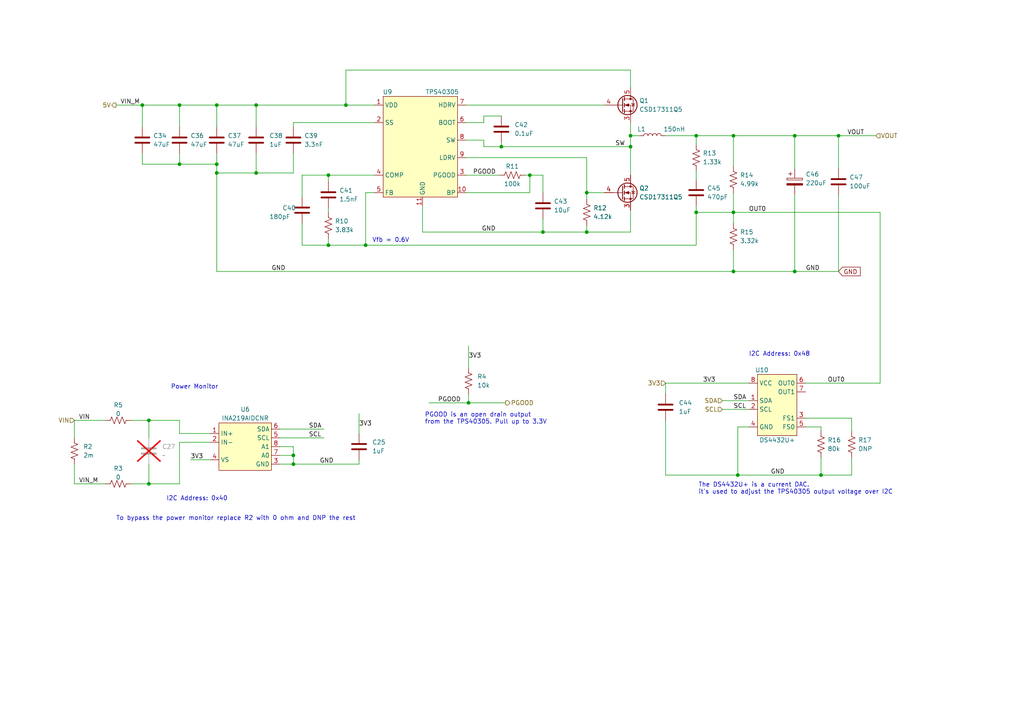
<source format=kicad_sch>
(kicad_sch (version 20230121) (generator eeschema)
  (paper "A4")
  (title_block (title "bitaxe, yo!") (date "2023-05-02") (rev "2.3"))
  (lib_symbols
    (symbol "Device:C" (pin_numbers hide) (pin_names (offset 0.254))
      (property "Reference" "C" (at 0.635 2.54 0))
      (property "Value" "C" (at 0.635 -2.54 0))
      (symbol "C_0_1"
        (polyline (pts (xy -2.032 -0.762) (xy 2.032 -0.762)) (stroke (width 0.508)))
        (polyline (pts (xy -2.032 0.762) (xy 2.032 0.762)) (stroke (width 0.508)))
      )
      (symbol "C_1_1"
        (pin passive line (at 0 3.81 270) (length 2.794) (name "~") (number "1"))
        (pin passive line (at 0 -3.81 90) (length 2.794) (name "~") (number "2"))
      )
    )
    (symbol "Device:C_Polarized" (pin_numbers hide) (pin_names (offset 0.254))
      (property "Reference" "C" (at 0.635 2.54 0))
      (property "Value" "C_Polarized" (at 0.635 -2.54 0))
      (symbol "C_Polarized_0_1"
        (rectangle (start -2.286 0.508) (end 2.286 1.016))
        (polyline (pts (xy -1.778 2.286) (xy -0.762 2.286)))
        (polyline (pts (xy -1.27 2.794) (xy -1.27 1.778)))
        (rectangle (start 2.286 -0.508) (end -2.286 -1.016) (fill (type outline)))
      )
      (symbol "C_Polarized_1_1"
        (pin passive line (at 0 3.81 270) (length 2.794) (name "~") (number "1"))
        (pin passive line (at 0 -3.81 90) (length 2.794) (name "~") (number "2"))
      )
    )
    (symbol "Device:L" (pin_numbers hide) (pin_names (offset 1.016) hide)
      (property "Reference" "L" (at -1.27 0 90))
      (property "Value" "L" (at 1.905 0 90))
      (symbol "L_0_1"
        (arc (start 0 -2.54) (mid 0.6323 -1.905) (end 0 -1.27))
        (arc (start 0 -1.27) (mid 0.6323 -0.635) (end 0 0))
        (arc (start 0 0) (mid 0.6323 0.635) (end 0 1.27))
        (arc (start 0 1.27) (mid 0.6323 1.905) (end 0 2.54))
      )
      (symbol "L_1_1"
        (pin passive line (at 0 3.81 270) (length 1.27) (name "1") (number "1"))
        (pin passive line (at 0 -3.81 90) (length 1.27) (name "2") (number "2"))
      )
    )
    (symbol "Device:R_US" (pin_numbers hide) (pin_names (offset 0))
      (property "Reference" "R" (at 2.54 0 90))
      (property "Value" "R_US" (at -2.54 0 90))
      (symbol "R_US_0_1"
        (polyline (pts (xy 0 -2.286) (xy 0 -2.54)))
        (polyline (pts (xy 0 2.286) (xy 0 2.54)))
        (polyline (pts (xy 0 -0.762) (xy 1.016 -1.143) (xy 0 -1.524) (xy -1.016 -1.905) (xy 0 -2.286)))
        (polyline (pts (xy 0 0.762) (xy 1.016 0.381) (xy 0 0) (xy -1.016 -0.381) (xy 0 -0.762)))
        (polyline (pts (xy 0 2.286) (xy 1.016 1.905) (xy 0 1.524) (xy -1.016 1.143) (xy 0 0.762)))
      )
      (symbol "R_US_1_1"
        (pin passive line (at 0 3.81 270) (length 1.27) (name "~") (number "1"))
        (pin passive line (at 0 -3.81 90) (length 1.27) (name "~") (number "2"))
      )
    )
    (symbol "Q_NMOS_CSD17311Q5_1" (pin_names (offset 0) hide)
      (property "Reference" "Q" (at 5.08 1.27 0))
      (property "Value" "Q_NMOS_CSD17311Q5_1" (at 5.08 -1.27 0))
      (symbol "Q_NMOS_CSD17311Q5_1_0_1"
        (polyline (pts (xy 0.254 0) (xy -2.54 0)))
        (polyline (pts (xy 0.254 1.905) (xy 0.254 -1.905)) (stroke (width 0.254)))
        (polyline (pts (xy 0.762 -1.27) (xy 0.762 -2.286)) (stroke (width 0.254)))
        (polyline (pts (xy 0.762 0.508) (xy 0.762 -0.508)) (stroke (width 0.254)))
        (polyline (pts (xy 0.762 2.286) (xy 0.762 1.27)) (stroke (width 0.254)))
        (polyline (pts (xy 2.54 2.54) (xy 2.54 1.778)))
        (polyline (pts (xy 2.54 -2.54) (xy 2.54 0) (xy 0.762 0)))
        (polyline (pts (xy 0.762 -1.778) (xy 3.302 -1.778) (xy 3.302 1.778) (xy 0.762 1.778)))
        (polyline (pts (xy 1.016 0) (xy 2.032 0.381) (xy 2.032 -0.381) (xy 1.016 0)) (fill (type outline)))
        (polyline (pts (xy 2.794 0.508) (xy 2.921 0.381) (xy 3.683 0.381) (xy 3.81 0.254)))
        (polyline (pts (xy 3.302 0.381) (xy 2.921 -0.254) (xy 3.683 -0.254) (xy 3.302 0.381)))
        (circle (center 1.651 0) (radius 2.794) (stroke (width 0.254)))
        (circle (center 2.54 -1.778) (radius 0.254) (fill (type outline)))
        (circle (center 2.54 1.778) (radius 0.254) (fill (type outline)))
      )
      (symbol "Q_NMOS_CSD17311Q5_1_1_1"
        (pin passive line (at 2.54 -5.08 90) (length 2.54) hide (name "") (number "1"))
        (pin passive line (at 2.54 -5.08 90) (length 2.54) hide (name "") (number "2"))
        (pin passive line (at 2.54 -5.08 90) (length 2.54) (name "S") (number "3"))
        (pin input line (at -5.08 0 0) (length 2.54) (name "G") (number "4"))
        (pin passive line (at 2.54 5.08 270) (length 2.54) (name "D") (number "5"))
      )
    )
    (symbol "TPS40305:DS4432U+"
      (property "Reference" "U" (at 3.81 10.16 0))
      (property "Value" "DS4432U+" (at -1.27 -10.16 0))
      (symbol "DS4432U+_0_1"
        (rectangle (start -6.35 8.89) (end 5.08 -8.89) (stroke (width 0.1524)) (fill (type background)))
      )
      (symbol "DS4432U+_1_1"
        (pin input line (at -8.89 1.27 0) (length 2.54) (name "SDA") (number "1"))
        (pin input line (at -8.89 -1.27 0) (length 2.54) (name "SCL") (number "2"))
        (pin input line (at 7.62 -3.81 180) (length 2.54) (name "FS1") (number "3"))
        (pin power_in line (at -8.89 -6.35 0) (length 2.54) (name "GND") (number "4"))
        (pin input line (at 7.62 -6.35 180) (length 2.54) (name "FS0") (number "5"))
        (pin output line (at 7.62 6.35 180) (length 2.54) (name "OUT0") (number "6"))
        (pin output line (at 7.62 3.81 180) (length 2.54) (name "OUT1") (number "7"))
        (pin power_in line (at -8.89 6.35 0) (length 2.54) (name "VCC") (number "8"))
      )
    )
    (symbol "TPS40305:TPS40305"
      (property "Reference" "U" (at 10.16 16.51 0))
      (property "Value" "TPS40305" (at -7.62 16.51 0))
      (symbol "TPS40305_0_1"
        (rectangle (start -11.43 15.24) (end 10.16 -13.97) (stroke (width 0.1524)) (fill (type background)))
      )
      (symbol "TPS40305_1_1"
        (pin input line (at -13.97 12.7 0) (length 2.54) (name "VDD") (number "1"))
        (pin input line (at 12.7 -12.7 180) (length 2.54) (name "BP") (number "10"))
        (pin input line (at 0 -16.51 90) (length 2.54) (name "GND") (number "11"))
        (pin input line (at -13.97 7.62 0) (length 2.54) (name "SS") (number "2"))
        (pin input line (at 12.7 -7.62 180) (length 2.54) (name "PGOOD") (number "3"))
        (pin input line (at -13.97 -7.62 0) (length 2.54) (name "COMP") (number "4"))
        (pin input line (at -13.97 -12.7 0) (length 2.54) (name "FB") (number "5"))
        (pin input line (at 12.7 7.62 180) (length 2.54) (name "BOOT") (number "6"))
        (pin input line (at 12.7 12.7 180) (length 2.54) (name "HDRV") (number "7"))
        (pin input line (at 12.7 2.54 180) (length 2.54) (name "SW") (number "8"))
        (pin input line (at 12.7 -2.54 180) (length 2.54) (name "LDRV") (number "9"))
      )
    )
    (symbol "lcsc:INA219AIDCNR"
      (property "Reference" "U" (at 0 8.89 0))
      (property "Value" "INA219AIDCNR" (at 0 -8.89 0))
      (symbol "INA219AIDCNR_0_1"
        (rectangle (start -7.62 6.86) (end 7.62 -6.86) (fill (type background)))
        (pin unspecified line (at -10.16 3.81 0) (length 2.54) (name "IN+") (number "1"))
        (pin unspecified line (at -10.16 1.27 0) (length 2.54) (name "IN-") (number "2"))
        (pin unspecified line (at 10.16 -5.08 180) (length 2.54) (name "GND") (number "3"))
        (pin unspecified line (at -10.16 -3.81 0) (length 2.54) (name "VS") (number "4"))
        (pin unspecified line (at 10.16 2.54 180) (length 2.54) (name "SCL") (number "5"))
        (pin unspecified line (at 10.16 5.08 180) (length 2.54) (name "SDA") (number "6"))
        (pin unspecified line (at 10.16 -2.54 180) (length 2.54) (name "A0") (number "7"))
        (pin unspecified line (at 10.16 0 180) (length 2.54) (name "A1") (number "8"))
      )
    )
  )
  (junction (at 135.89 116.84))
  (junction (at 62.865 50.165))
  (junction (at 201.93 61.595))
  (junction (at 62.865 47.625))
  (junction (at 238.125 137.795))
  (junction (at 85.09 132.08))
  (junction (at 153.67 50.8))
  (junction (at 213.995 137.795))
  (junction (at 41.275 30.48))
  (junction (at 145.415 42.545))
  (junction (at 182.88 42.545))
  (junction (at 212.725 78.74))
  (junction (at 95.25 50.8))
  (junction (at 182.88 39.37))
  (junction (at 170.18 55.88))
  (junction (at 43.18 140.335))
  (junction (at 43.18 121.92))
  (junction (at 230.505 78.74))
  (junction (at 212.725 39.37))
  (junction (at 52.07 47.625))
  (junction (at 74.295 30.48))
  (junction (at 100.33 30.48))
  (junction (at 106.045 71.12))
  (junction (at 52.07 30.48))
  (junction (at 230.505 39.37))
  (junction (at 212.725 61.595))
  (junction (at 157.48 67.31))
  (junction (at 62.865 30.48))
  (junction (at 74.295 50.165))
  (junction (at 243.205 39.37))
  (junction (at 85.09 134.62))
  (junction (at 201.93 39.37))
  (junction (at 95.25 71.12))
  (junction (at 170.18 67.31))
  (wire (pts (xy 247.015 137.795) (xy 238.125 137.795)))
  (wire (pts (xy 243.205 39.37) (xy 230.505 39.37)))
  (wire (pts (xy 193.04 111.125) (xy 217.17 111.125)))
  (wire (pts (xy 157.48 63.5) (xy 157.48 67.31)))
  (wire (pts (xy 41.275 30.48) (xy 52.07 30.48)))
  (wire (pts (xy 108.585 50.8) (xy 95.25 50.8)))
  (wire (pts (xy 85.09 132.08) (xy 85.09 134.62)))
  (wire (pts (xy 182.88 35.56) (xy 182.88 39.37)))
  (wire (pts (xy 43.18 121.92) (xy 52.07 121.92)))
  (wire (pts (xy 243.205 48.895) (xy 243.205 39.37)))
  (wire (pts (xy 170.18 55.88) (xy 175.26 55.88)))
  (wire (pts (xy 30.48 121.92) (xy 21.59 121.92)))
  (wire (pts (xy 95.25 60.325) (xy 95.25 61.595)))
  (wire (pts (xy 30.48 140.335) (xy 21.59 140.335)))
  (wire (pts (xy 74.295 44.45) (xy 74.295 50.165)))
  (wire (pts (xy 212.725 55.88) (xy 212.725 61.595)))
  (wire (pts (xy 170.18 45.72) (xy 170.18 55.88)))
  (wire (pts (xy 104.14 120.015) (xy 104.14 125.73)))
  (wire (pts (xy 52.07 44.45) (xy 52.07 47.625)))
  (wire (pts (xy 170.18 67.31) (xy 170.18 65.405)))
  (wire (pts (xy 85.09 44.45) (xy 85.09 50.165)))
  (wire (pts (xy 247.015 132.715) (xy 247.015 137.795)))
  (wire (pts (xy 182.88 20.32) (xy 100.33 20.32)))
  (wire (pts (xy 193.04 114.3) (xy 193.04 111.125)))
  (wire (pts (xy 201.93 39.37) (xy 201.93 41.91)))
  (wire (pts (xy 52.07 125.73) (xy 60.96 125.73)))
  (wire (pts (xy 52.07 47.625) (xy 62.865 47.625)))
  (wire (pts (xy 243.205 39.37) (xy 254 39.37)))
  (wire (pts (xy 38.1 121.92) (xy 43.18 121.92)))
  (wire (pts (xy 124.46 116.84) (xy 135.89 116.84)))
  (wire (pts (xy 87.63 71.12) (xy 87.63 64.77)))
  (wire (pts (xy 87.63 50.8) (xy 87.63 57.15)))
  (wire (pts (xy 209.55 116.205) (xy 217.17 116.205)))
  (wire (pts (xy 62.865 50.165) (xy 74.295 50.165)))
  (wire (pts (xy 122.555 67.31) (xy 157.48 67.31)))
  (wire (pts (xy 43.18 134.62) (xy 43.18 140.335)))
  (wire (pts (xy 213.995 123.825) (xy 217.17 123.825)))
  (wire (pts (xy 62.865 78.74) (xy 212.725 78.74)))
  (wire (pts (xy 85.09 134.62) (xy 104.14 134.62)))
  (wire (pts (xy 201.93 49.53) (xy 201.93 52.07)))
  (wire (pts (xy 74.295 30.48) (xy 74.295 36.83)))
  (wire (pts (xy 95.25 69.215) (xy 95.25 71.12)))
  (wire (pts (xy 233.68 121.285) (xy 247.015 121.285)))
  (wire (pts (xy 212.725 72.39) (xy 212.725 78.74)))
  (wire (pts (xy 157.48 67.31) (xy 170.18 67.31)))
  (wire (pts (xy 238.125 132.715) (xy 238.125 137.795)))
  (wire (pts (xy 153.67 55.88) (xy 153.67 50.8)))
  (wire (pts (xy 230.505 39.37) (xy 230.505 48.895)))
  (wire (pts (xy 212.725 61.595) (xy 212.725 64.77)))
  (wire (pts (xy 140.335 40.64) (xy 140.335 42.545)))
  (wire (pts (xy 182.88 60.96) (xy 182.88 67.31)))
  (wire (pts (xy 135.255 45.72) (xy 170.18 45.72)))
  (wire (pts (xy 135.255 40.64) (xy 140.335 40.64)))
  (wire (pts (xy 41.275 47.625) (xy 52.07 47.625)))
  (wire (pts (xy 233.68 111.125) (xy 255.27 111.125)))
  (wire (pts (xy 135.255 55.88) (xy 153.67 55.88)))
  (wire (pts (xy 41.275 36.83) (xy 41.275 30.48)))
  (wire (pts (xy 230.505 56.515) (xy 230.505 78.74)))
  (wire (pts (xy 62.865 30.48) (xy 62.865 36.83)))
  (wire (pts (xy 60.96 128.27) (xy 52.07 128.27)))
  (wire (pts (xy 152.4 50.8) (xy 153.67 50.8)))
  (wire (pts (xy 52.07 30.48) (xy 62.865 30.48)))
  (wire (pts (xy 213.995 137.795) (xy 213.995 123.825)))
  (wire (pts (xy 140.335 42.545) (xy 145.415 42.545)))
  (wire (pts (xy 43.18 121.92) (xy 43.18 127)))
  (wire (pts (xy 230.505 39.37) (xy 212.725 39.37)))
  (wire (pts (xy 100.33 20.32) (xy 100.33 30.48)))
  (wire (pts (xy 182.88 67.31) (xy 170.18 67.31)))
  (wire (pts (xy 233.68 123.825) (xy 238.125 123.825)))
  (wire (pts (xy 135.89 116.84) (xy 146.685 116.84)))
  (wire (pts (xy 170.18 55.88) (xy 170.18 57.785)))
  (wire (pts (xy 182.88 42.545) (xy 182.88 50.8)))
  (wire (pts (xy 95.25 71.12) (xy 87.63 71.12)))
  (wire (pts (xy 21.59 134.62) (xy 21.59 140.335)))
  (wire (pts (xy 81.28 132.08) (xy 85.09 132.08)))
  (wire (pts (xy 62.865 30.48) (xy 74.295 30.48)))
  (wire (pts (xy 230.505 78.74) (xy 243.205 78.74)))
  (wire (pts (xy 43.18 140.335) (xy 52.07 140.335)))
  (wire (pts (xy 193.04 137.795) (xy 213.995 137.795)))
  (wire (pts (xy 52.07 128.27) (xy 52.07 140.335)))
  (wire (pts (xy 135.255 50.8) (xy 144.78 50.8)))
  (wire (pts (xy 106.045 71.12) (xy 95.25 71.12)))
  (wire (pts (xy 157.48 50.8) (xy 157.48 55.88)))
  (wire (pts (xy 255.27 61.595) (xy 255.27 111.125)))
  (wire (pts (xy 52.07 30.48) (xy 52.07 36.83)))
  (wire (pts (xy 135.89 114.3) (xy 135.89 116.84)))
  (wire (pts (xy 62.865 47.625) (xy 62.865 50.165)))
  (wire (pts (xy 145.415 42.545) (xy 182.88 42.545)))
  (wire (pts (xy 81.28 124.46) (xy 93.98 124.46)))
  (wire (pts (xy 182.88 25.4) (xy 182.88 20.32)))
  (wire (pts (xy 62.865 50.165) (xy 62.865 78.74)))
  (wire (pts (xy 247.015 121.285) (xy 247.015 125.095)))
  (wire (pts (xy 41.275 44.45) (xy 41.275 47.625)))
  (wire (pts (xy 62.865 44.45) (xy 62.865 47.625)))
  (wire (pts (xy 122.555 59.69) (xy 122.555 67.31)))
  (wire (pts (xy 212.725 61.595) (xy 255.27 61.595)))
  (wire (pts (xy 21.59 121.92) (xy 21.59 127)))
  (wire (pts (xy 212.725 78.74) (xy 230.505 78.74)))
  (wire (pts (xy 85.09 129.54) (xy 85.09 132.08)))
  (wire (pts (xy 193.04 39.37) (xy 201.93 39.37)))
  (wire (pts (xy 209.55 118.745) (xy 217.17 118.745)))
  (wire (pts (xy 108.585 55.88) (xy 106.045 55.88)))
  (wire (pts (xy 108.585 35.56) (xy 85.09 35.56)))
  (wire (pts (xy 201.93 39.37) (xy 212.725 39.37)))
  (wire (pts (xy 153.67 50.8) (xy 157.48 50.8)))
  (wire (pts (xy 140.335 35.56) (xy 140.335 33.655)))
  (wire (pts (xy 201.93 59.69) (xy 201.93 61.595)))
  (wire (pts (xy 243.205 56.515) (xy 243.205 78.74)))
  (wire (pts (xy 201.93 71.12) (xy 106.045 71.12)))
  (wire (pts (xy 95.25 50.8) (xy 87.63 50.8)))
  (wire (pts (xy 74.295 30.48) (xy 100.33 30.48)))
  (wire (pts (xy 81.28 127) (xy 93.98 127)))
  (wire (pts (xy 140.335 33.655) (xy 145.415 33.655)))
  (wire (pts (xy 145.415 41.275) (xy 145.415 42.545)))
  (wire (pts (xy 135.255 30.48) (xy 175.26 30.48)))
  (wire (pts (xy 100.33 30.48) (xy 108.585 30.48)))
  (wire (pts (xy 85.09 35.56) (xy 85.09 36.83)))
  (wire (pts (xy 212.725 39.37) (xy 212.725 48.26)))
  (wire (pts (xy 182.88 39.37) (xy 185.42 39.37)))
  (wire (pts (xy 38.1 140.335) (xy 43.18 140.335)))
  (wire (pts (xy 135.89 100.33) (xy 135.89 106.68)))
  (wire (pts (xy 238.125 123.825) (xy 238.125 125.095)))
  (wire (pts (xy 201.93 61.595) (xy 201.93 71.12)))
  (wire (pts (xy 135.255 35.56) (xy 140.335 35.56)))
  (wire (pts (xy 106.045 55.88) (xy 106.045 71.12)))
  (wire (pts (xy 182.88 39.37) (xy 182.88 42.545)))
  (wire (pts (xy 52.07 121.92) (xy 52.07 125.73)))
  (wire (pts (xy 238.125 137.795) (xy 213.995 137.795)))
  (wire (pts (xy 104.14 133.35) (xy 104.14 134.62)))
  (wire (pts (xy 55.245 133.35) (xy 60.96 133.35)))
  (wire (pts (xy 81.28 134.62) (xy 85.09 134.62)))
  (wire (pts (xy 193.04 121.92) (xy 193.04 137.795)))
  (wire (pts (xy 33.655 30.48) (xy 41.275 30.48)))
  (wire (pts (xy 74.295 50.165) (xy 85.09 50.165)))
  (wire (pts (xy 81.28 129.54) (xy 85.09 129.54)))
  (wire (pts (xy 201.93 61.595) (xy 212.725 61.595)))
  (wire (pts (xy 95.25 50.8) (xy 95.25 52.705)))
  (text "I2C Address: 0x48" (at 217.17 103.505 0) (effects (font (size 1.27 1.27)) (justify left bottom)))
  (text "I2C Address: 0x40" (at 48.26 145.415 0) (effects (font (size 1.27 1.27)) (justify left bottom)))
  (text "Vfb = 0.6V" (at 107.95 70.485 0) (effects (font (size 1.27 1.27)) (justify left bottom)))
  (text "The DS4432U+ is a current DAC. \nit's used to adjust the TPS40305 output voltage over I2C" (at 202.565 143.51 0) (effects (font (size 1.27 1.27)) (justify left bottom)))
  (text "Power Monitor" (at 49.53 113.03 0) (effects (font (size 1.27 1.27)) (justify left bottom)))
  (text "To bypass the power monitor replace R2 with 0 ohm and DNP the rest" (at 33.655 151.13 0) (effects (font (size 1.27 1.27)) (justify left bottom)))
  (text "PGOOD is an open drain output\nfrom the TPS40305. Pull up to 3.3V" (at 123.19 123.19 0) (effects (font (size 1.27 1.27)) (justify left bottom)))
  (label "VIN_M" (at 22.86 140.335 0))
  (label "3V3" (at 203.835 111.125 0))
  (label "SDA" (at 212.725 116.205 0))
  (label "VIN_M" (at 34.925 30.48 0))
  (label "GND" (at 233.68 78.74 0))
  (label "SCL" (at 89.535 127 0))
  (label "GND" (at 78.74 78.74 0))
  (label "3V3" (at 104.14 123.825 0))
  (label "3V3" (at 55.245 133.35 0))
  (label "PGOOD" (at 137.16 50.8 0))
  (label "SDA" (at 89.535 124.46 0))
  (label "GND" (at 92.71 134.62 0))
  (label "VOUT" (at 245.745 39.37 0))
  (label "SCL" (at 212.725 118.745 0))
  (label "OUT0" (at 217.17 61.595 0))
  (label "OUT0" (at 240.03 111.125 0))
  (label "GND" (at 223.52 137.795 0))
  (label "3V3" (at 135.89 104.14 0))
  (label "VIN" (at 22.86 121.92 0))
  (label "PGOOD" (at 127 116.84 0))
  (label "SW" (at 178.435 42.545 0))
  (label "GND" (at 139.7 67.31 0))
  (global_label "GND" (shape input) (at 243.205 78.74 0) (property "Intersheetrefs" "${INTERSHEET_REFS}" (effects hide)))
  (hierarchical_label "SDA" (shape input) (at 209.55 116.205 180))
  (hierarchical_label "VIN" (shape input) (at 21.59 121.92 180))
  (hierarchical_label "5V" (shape output) (at 33.655 30.48 180))
  (hierarchical_label "SCL" (shape input) (at 209.55 118.745 180))
  (hierarchical_label "VOUT" (shape input) (at 254 39.37 0))
  (hierarchical_label "3V3" (shape input) (at 193.04 111.125 180))
  (hierarchical_label "PGOOD" (shape output) (at 146.685 116.84 0))
  (symbol (lib_id "Device:C") (at 157.48 59.69 0) (unit 1)
    (property "Reference" "C43" (at 160.655 58.4199 0) (effects (justify left)))
    (property "Value" "10uF" (at 160.655 60.9599 0) (effects (justify left)))
    (property "Footprint" "Capacitor_SMD:C_0805_2012Metric" (effects hide))
    (property "DK" "1276-1096-1-ND" (effects hide))
    (property "PARTNO" "CL21A106KOQNNNE" (effects hide))
  )
  (symbol (lib_id "Device:R_US") (at 212.725 52.07 0) (unit 1)
    (property "Reference" "R14" (at 214.63 50.7999 0) (effects (justify left)))
    (property "Value" "4.99k" (at 214.63 53.3399 0) (effects (justify left)))
    (property "Footprint" "Resistor_SMD:R_0402_1005Metric" (effects hide))
    (property "DK" "311-4.99KLRCT-ND" (effects hide))
    (property "PARTNO" "RC0402FR-074K99L" (effects hide))
  )
  (symbol (lib_id "Device:R_US") (at 21.59 130.81 0) (unit 1)
    (property "Reference" "R2" (at 24.13 129.5399 0) (effects (justify left)))
    (property "Value" "2m" (at 24.13 132.0799 0) (effects (justify left)))
    (property "Footprint" "Resistor_SMD:R_1206_3216Metric" (effects hide))
    (property "LCSC" "C5127773" (effects hide))
  )
  (symbol (lib_id "Device:C") (at 62.865 40.64 0) (unit 1)
    (property "Reference" "C37" (at 66.04 39.3699 0) (effects (justify left)))
    (property "Value" "47uF" (at 66.04 41.9099 0) (effects (justify left)))
    (property "Footprint" "Capacitor_SMD:C_1210_3225Metric" (effects hide))
    (property "DK" "490-6539-1-ND" (effects hide))
    (property "PARTNO" "GRM32ER61C476KE15L" (effects hide))
  )
  (symbol (lib_id "Device:C_Polarized") (at 230.505 52.705 0) (unit 1)
    (property "Reference" "C46" (at 233.68 50.5459 0) (effects (justify left)))
    (property "Value" "220uF" (at 233.68 53.0859 0) (effects (justify left)))
    (property "Footprint" "TPS40305_supply:CAP_2R5TPE220MAFB" (effects hide))
    (property "Datasheet" "https://media.digikey.com/pdf/Data%20Sheets/Panasonic%20Capacitors%20PDFs/TPE_Series_POSCAP_Rev02_Oct_2017.pdf" (effects hide))
    (property "PARTNO" "2R5TPE220MAFB" (effects hide))
    (property "DK" "P16200CT-ND" (effects hide))
  )
  (symbol (lib_id "TPS40305:TPS40305") (at 122.555 43.18 0) (unit 1)
    (property "Reference" "U9" (at 112.395 26.67 0))
    (property "Value" "TPS40305" (at 128.27 26.67 0))
    (property "Footprint" "TPS40305_supply:TPS40305" (effects hide))
    (property "Datasheet" "https://www.ti.com/lit/ds/symlink/tps40303.pdf" (effects hide))
    (property "DK" "296-37445-1-ND" (effects hide))
    (property "PARTNO" "TPS40305DRCR" (effects hide))
  )
  (symbol (lib_id "Device:C") (at 41.275 40.64 0) (unit 1)
    (property "Reference" "C34" (at 44.45 39.3699 0) (effects (justify left)))
    (property "Value" "47uF" (at 44.45 41.9099 0) (effects (justify left)))
    (property "Footprint" "Capacitor_SMD:C_1210_3225Metric" (effects hide))
    (property "DK" "490-6539-1-ND" (effects hide))
    (property "PARTNO" "GRM32ER61C476KE15L" (effects hide))
  )
  (symbol (lib_name "Q_NMOS_CSD17311Q5_1") (lib_id "TPS40305:Q_NMOS_CSD17311Q5") (at 180.34 55.88 0) (unit 1)
    (property "Reference" "Q2" (at 185.42 54.61 0) (effects (justify left)))
    (property "Value" "CSD17311Q5" (at 185.42 57.15 0) (effects (justify left)))
    (property "Footprint" "TPS40305_supply:CSD17311Q5" (effects hide))
    (property "Datasheet" "https://www.ti.com/lit/ds/symlink/csd17311q5.pdf" (effects hide))
    (property "DK" "296-27625-1-ND" (effects hide))
    (property "PARTNO" "CSD17311Q5" (effects hide))
  )
  (symbol (lib_id "Device:C") (at 85.09 40.64 0) (unit 1)
    (property "Reference" "C39" (at 88.265 39.3699 0) (effects (justify left)))
    (property "Value" "3.3nF" (at 88.265 41.9099 0) (effects (justify left)))
    (property "Footprint" "Capacitor_SMD:C_0402_1005Metric" (effects hide))
    (property "DK" "1276-1552-1-ND" (effects hide))
    (property "PARTNO" "CL05B332KB5NNNC" (effects hide))
  )
  (symbol (lib_id "Device:R_US") (at 34.29 121.92 90) (unit 1)
    (property "Reference" "R5" (at 34.29 117.475 90))
    (property "Value" "0" (at 34.29 120.015 90))
    (property "Footprint" "Resistor_SMD:R_0402_1005Metric" (effects hide))
    (property "DK" "RMCF0402ZT0R00CT-ND" (effects hide))
    (property "PARTNO" "RMCF0402ZT0R00" (effects hide))
  )
  (symbol (lib_id "Device:C") (at 52.07 40.64 0) (unit 1)
    (property "Reference" "C36" (at 55.245 39.3699 0) (effects (justify left)))
    (property "Value" "47uF" (at 55.245 41.9099 0) (effects (justify left)))
    (property "Footprint" "Capacitor_SMD:C_1210_3225Metric" (effects hide))
    (property "DK" "490-6539-1-ND" (effects hide))
    (property "PARTNO" "GRM32ER61C476KE15L" (effects hide))
  )
  (symbol (lib_id "Device:C") (at 74.295 40.64 0) (unit 1)
    (property "Reference" "C38" (at 78.105 39.3699 0) (effects (justify left)))
    (property "Value" "1uF" (at 78.105 41.9099 0) (effects (justify left)))
    (property "Footprint" "Capacitor_SMD:C_0805_2012Metric" (effects hide))
    (property "DK" "1276-6471-1-ND" (effects hide))
    (property "PARTNO" "CL21B105KOFNNNG" (effects hide))
  )
  (symbol (lib_id "TPS40305:DS4432U+") (at 226.06 117.475 0) (unit 1)
    (property "Reference" "U10" (at 220.98 107.315 0))
    (property "Value" "DS4432U+" (at 225.425 127.635 0))
    (property "Footprint" "Package_SO:TSSOP-8_3x3mm_P0.65mm" (effects hide))
    (property "Datasheet" "https://datasheets.maximintegrated.com/en/ds/DS4432.pdf" (effects hide))
    (property "DK" "DS4432U+-ND" (effects hide))
    (property "PARTNO" "DS4432U+" (effects hide))
  )
  (symbol (lib_id "Device:C") (at 243.205 52.705 0) (unit 1)
    (property "Reference" "C47" (at 246.38 51.4349 0) (effects (justify left)))
    (property "Value" "100uF" (at 246.38 53.9749 0) (effects (justify left)))
    (property "Footprint" "Capacitor_SMD:C_1206_3216Metric" (effects hide))
    (property "PARTNO" "C3216X5R0J107M160AB" (effects hide))
    (property "DK" "445-6008-1-ND" (effects hide))
  )
  (symbol (lib_id "Device:C") (at 95.25 56.515 0) (unit 1)
    (property "Reference" "C41" (at 98.425 55.2449 0) (effects (justify left)))
    (property "Value" "1.5nF" (at 98.425 57.7849 0) (effects (justify left)))
    (property "Footprint" "Capacitor_SMD:C_0805_2012Metric" (effects hide))
    (property "DK" "311-1128-1-ND" (effects hide))
    (property "PARTNO" "CC0805KRX7R9BB152" (effects hide))
  )
  (symbol (lib_id "Device:R_US") (at 34.29 140.335 90) (unit 1)
    (property "Reference" "R3" (at 34.29 135.89 90))
    (property "Value" "0" (at 34.29 138.43 90))
    (property "Footprint" "Resistor_SMD:R_0402_1005Metric" (effects hide))
    (property "DK" "RMCF0402ZT0R00CT-ND" (effects hide))
    (property "PARTNO" "RMCF0402ZT0R00" (effects hide))
  )
  (symbol (lib_id "Device:R_US") (at 212.725 68.58 0) (unit 1)
    (property "Reference" "R15" (at 214.63 67.3099 0) (effects (justify left)))
    (property "Value" "3.32k" (at 214.63 69.8499 0) (effects (justify left)))
    (property "Footprint" "Resistor_SMD:R_0402_1005Metric" (effects hide))
    (property "DK" "311-3.32KLRCT-ND" (effects hide))
    (property "PARTNO" "RC0402FR-073K32L" (effects hide))
  )
  (symbol (lib_id "Device:R_US") (at 148.59 50.8 90) (unit 1)
    (property "Reference" "R11" (at 148.59 48.26 90))
    (property "Value" "100k" (at 148.59 53.34 90))
    (property "Footprint" "Resistor_SMD:R_0402_1005Metric" (effects hide))
    (property "DK" "311-100KJRCT-ND" (effects hide))
    (property "PARTNO" "RC0402JR-07100KL" (effects hide))
  )
  (symbol (lib_id "Device:C") (at 145.415 37.465 0) (unit 1)
    (property "Reference" "C42" (at 149.225 36.1949 0) (effects (justify left)))
    (property "Value" "0.1uF" (at 149.225 38.7349 0) (effects (justify left)))
    (property "Footprint" "Capacitor_SMD:C_0402_1005Metric" (effects hide))
    (property "DK" "1292-1639-1-ND" (effects hide))
    (property "PARTNO" "0402X104K100CT" (effects hide))
  )
  (symbol (lib_id "Device:C") (at 43.18 130.81 0) (unit 1) (dnp yes)
    (property "Reference" "C27" (at 46.99 129.5399 0) (effects (justify left)))
    (property "Value" "~" (at 46.99 132.0799 0) (effects (justify left)))
    (property "Footprint" "Capacitor_SMD:C_0402_1005Metric" (effects hide))
    (property "DK" "587-5514-1-ND" (effects hide))
    (property "PARTNO" "EMK105BJ105MV-F" (effects hide))
    (property "DNP" "T" (effects hide))
  )
  (symbol (lib_id "Device:R_US") (at 238.125 128.905 0) (unit 1)
    (property "Reference" "R16" (at 240.03 127.6349 0) (effects (justify left)))
    (property "Value" "80k" (at 240.03 130.1749 0) (effects (justify left)))
    (property "Footprint" "Resistor_SMD:R_0402_1005Metric" (effects hide))
    (property "DK" "311-80.6KLRCT-ND" (effects hide))
    (property "PARTNO" "RC0402FR-0780K6L" (effects hide))
  )
  (symbol (lib_id "Device:C") (at 193.04 118.11 0) (unit 1)
    (property "Reference" "C44" (at 196.85 116.8399 0) (effects (justify left)))
    (property "Value" "1uF" (at 196.85 119.3799 0) (effects (justify left)))
    (property "Footprint" "Capacitor_SMD:C_0402_1005Metric" (effects hide))
    (property "DK" "587-5514-1-ND" (effects hide))
    (property "PARTNO" "EMK105BJ105MV-F" (effects hide))
  )
  (symbol (lib_id "Device:R_US") (at 201.93 45.72 0) (unit 1)
    (property "Reference" "R13" (at 203.835 44.4499 0) (effects (justify left)))
    (property "Value" "1.33k" (at 203.835 46.9899 0) (effects (justify left)))
    (property "Footprint" "Resistor_SMD:R_0402_1005Metric" (effects hide))
    (property "DK" "311-1.33KLRCT-ND" (effects hide))
    (property "PARTNO" "RC0402FR-071K33L" (effects hide))
  )
  (symbol (lib_id "Device:C") (at 104.14 129.54 0) (unit 1)
    (property "Reference" "C25" (at 107.95 128.2699 0) (effects (justify left)))
    (property "Value" "1uF" (at 107.95 130.8099 0) (effects (justify left)))
    (property "Footprint" "Capacitor_SMD:C_0402_1005Metric" (effects hide))
    (property "DK" "587-5514-1-ND" (effects hide))
    (property "PARTNO" "EMK105BJ105MV-F" (effects hide))
  )
  (symbol (lib_id "Device:R_US") (at 95.25 65.405 0) (unit 1)
    (property "Reference" "R10" (at 97.155 64.1349 0) (effects (justify left)))
    (property "Value" "3.83k" (at 97.155 66.6749 0) (effects (justify left)))
    (property "Footprint" "Resistor_SMD:R_0402_1005Metric" (effects hide))
    (property "DK" "311-3.83KLRCT-ND" (effects hide))
    (property "PARTNO" "RC0402FR-073K83L" (effects hide))
  )
  (symbol (lib_name "Q_NMOS_CSD17311Q5_1") (lib_id "TPS40305:Q_NMOS_CSD17311Q5") (at 180.34 30.48 0) (unit 1)
    (property "Reference" "Q1" (at 185.42 29.21 0) (effects (justify left)))
    (property "Value" "CSD17311Q5" (at 185.42 31.75 0) (effects (justify left)))
    (property "Footprint" "TPS40305_supply:CSD17311Q5" (effects hide))
    (property "Datasheet" "https://www.ti.com/lit/ds/symlink/csd17311q5.pdf" (effects hide))
    (property "DK" "296-27625-1-ND" (effects hide))
    (property "PARTNO" "CSD17311Q5" (effects hide))
  )
  (symbol (lib_id "Device:C") (at 201.93 55.88 0) (unit 1)
    (property "Reference" "C45" (at 205.105 54.6099 0) (effects (justify left)))
    (property "Value" "470pF" (at 205.105 57.1499 0) (effects (justify left)))
    (property "Footprint" "Capacitor_SMD:C_0805_2012Metric" (effects hide))
    (property "DK" "1292-1580-1-ND" (effects hide))
    (property "PARTNO" "0805B471K500CT" (effects hide))
  )
  (symbol (lib_id "Device:L") (at 189.23 39.37 90) (unit 1)
    (property "Reference" "L1" (at 186.055 37.465 90))
    (property "Value" "150nH" (at 195.58 37.465 90))
    (property "Footprint" "TPS40305_supply:FP1005R1-R15-R" (effects hide))
    (property "Datasheet" "https://www.eaton.com/content/dam/eaton/products/electronic-components/resources/data-sheet/eaton-fp1005r-high-current-power-inductors-data-sheet.pdf" (effects hide))
    (property "PARTNO" "FP1005R1-R15-R" (effects hide))
    (property "DK" "513-1568-1-ND" (effects hide))
  )
  (symbol (lib_id "Device:R_US") (at 247.015 128.905 0) (unit 1)
    (property "Reference" "R17" (at 248.92 127.6349 0) (effects (justify left)))
    (property "Value" "DNP" (at 248.92 130.1749 0) (effects (justify left)))
    (property "Footprint" "Resistor_SMD:R_0402_1005Metric" (effects hide))
    (property "DNP" "T" (effects hide))
  )
  (symbol (lib_id "Device:R_US") (at 170.18 61.595 0) (unit 1)
    (property "Reference" "R12" (at 172.085 60.3249 0) (effects (justify left)))
    (property "Value" "4.12k" (at 172.085 62.8649 0) (effects (justify left)))
    (property "Footprint" "Resistor_SMD:R_0402_1005Metric" (effects hide))
    (property "DK" "RMCF0402FT4K12CT-ND" (effects hide))
    (property "PARTNO" "RMCF0402FT4K12" (effects hide))
  )
  (symbol (lib_id "Device:C") (at 87.63 60.96 0) (unit 1)
    (property "Reference" "C40" (at 81.915 60.325 0) (effects (justify left)))
    (property "Value" "180pF" (at 78.105 62.865 0) (effects (justify left)))
    (property "Footprint" "Capacitor_SMD:C_0805_2012Metric" (effects hide))
    (property "DK" "311-1114-1-ND" (effects hide))
    (property "PARTNO" "CC0805JRNPO9BN181" (effects hide))
  )
  (symbol (lib_id "lcsc:INA219AIDCNR") (at 71.12 129.54 0) (unit 1)
    (property "Reference" "U6" (at 71.12 118.745 0))
    (property "Value" "INA219AIDCNR" (at 71.12 121.285 0))
    (property "Footprint" "lcsc:SOT-23-8_L3.0-W1.7-P0.65-LS2.8-BR" (effects hide))
    (property "Datasheet" "https://lcsc.com/product-detail/PMIC-Current-Power-Monitors-Regulators_TI_INA219AIDCNR_INA219AIDCNR_C87469.html" (effects hide))
    (property "Manufacturer" "TI(德州仪器)" (effects hide))
    (property "LCSC Part" "C87469" (effects hide))
    (property "JLC Part" "Extended Part" (effects hide))
    (property "DK" "296-23770-1-ND" (effects hide))
  )
  (symbol (lib_id "Device:R_US") (at 135.89 110.49 0) (unit 1)
    (property "Reference" "R4" (at 138.43 109.2199 0) (effects (justify left)))
    (property "Value" "10k" (at 138.43 111.7599 0) (effects (justify left)))
    (property "Footprint" "Resistor_SMD:R_0402_1005Metric" (effects hide))
    (property "DK" "311-10KJRCT-ND" (effects hide))
    (property "PARTNO" "RC0402JR-0710KL" (effects hide))
  )
)
</source>
